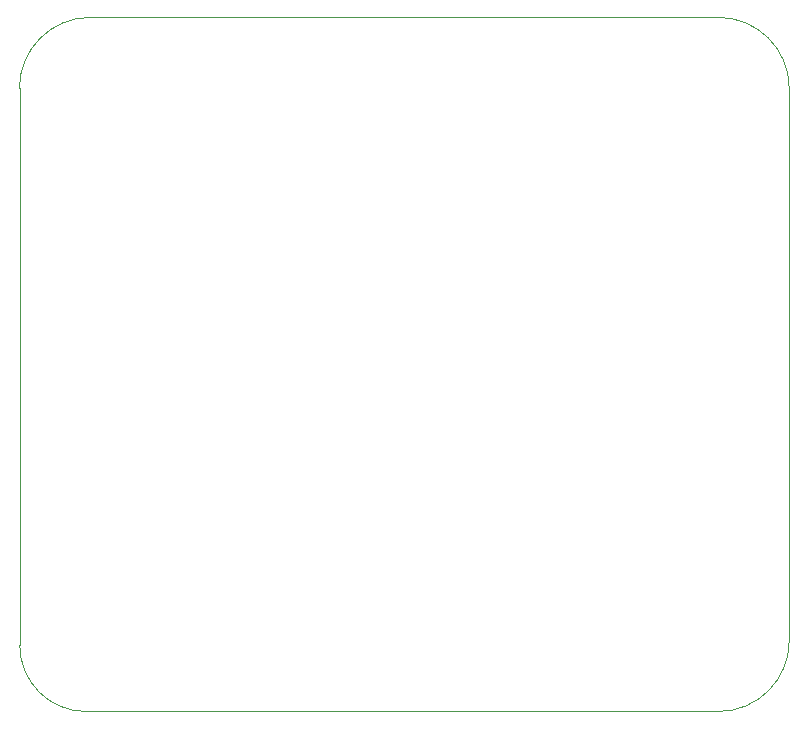
<source format=gbr>
%TF.GenerationSoftware,Altium Limited,Altium Designer,20.0.13 (296)*%
G04 Layer_Color=0*
%FSLAX25Y25*%
%MOIN*%
%TF.FileFunction,Profile,NP*%
%TF.Part,Single*%
G01*
G75*
%TA.AperFunction,Profile*%
%ADD68C,0.00100*%
D68*
X384619Y170818D02*
G03*
X406681Y148756I22062J0D01*
G01*
X617500Y148756D01*
D02*
G03*
X641122Y172378I0J23622D01*
G01*
Y356500D01*
D02*
G03*
X617500Y380122I-23622J0D01*
G01*
X408122Y380122D01*
Y380122D01*
D02*
G03*
X384500Y356500I0J-23622D01*
G01*
X384619D01*
X384619Y170818D01*
%TF.MD5,6e11a241c79ba061554af47d492844c5*%
M02*

</source>
